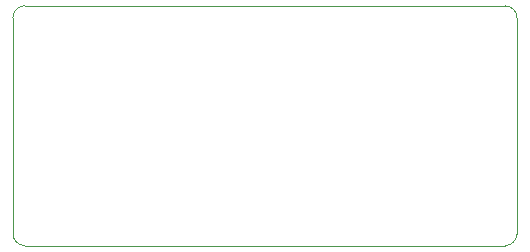
<source format=gbr>
G04 #@! TF.GenerationSoftware,KiCad,Pcbnew,5.1.5+dfsg1-2build2*
G04 #@! TF.CreationDate,2020-05-16T18:57:51+02:00*
G04 #@! TF.ProjectId,WeatherStationPcb,57656174-6865-4725-9374-6174696f6e50,1*
G04 #@! TF.SameCoordinates,Original*
G04 #@! TF.FileFunction,Profile,NP*
%FSLAX46Y46*%
G04 Gerber Fmt 4.6, Leading zero omitted, Abs format (unit mm)*
G04 Created by KiCad (PCBNEW 5.1.5+dfsg1-2build2) date 2020-05-16 18:57:51*
%MOMM*%
%LPD*%
G04 APERTURE LIST*
%ADD10C,0.050000*%
G04 APERTURE END LIST*
D10*
X59944000Y-45720000D02*
G75*
G02X60960000Y-44704000I1016000J0D01*
G01*
X101600000Y-44704000D02*
G75*
G02X102616000Y-45720000I0J-1016000D01*
G01*
X102616000Y-64008000D02*
G75*
G02X101600000Y-65024000I-1016000J0D01*
G01*
X60960000Y-65024000D02*
G75*
G02X59944000Y-64008000I0J1016000D01*
G01*
X59944000Y-45720000D02*
X59944000Y-64008000D01*
X101600000Y-44704000D02*
X60960000Y-44704000D01*
X102616000Y-64008000D02*
X102616000Y-45720000D01*
X101600000Y-65024000D02*
X60960000Y-65024000D01*
M02*

</source>
